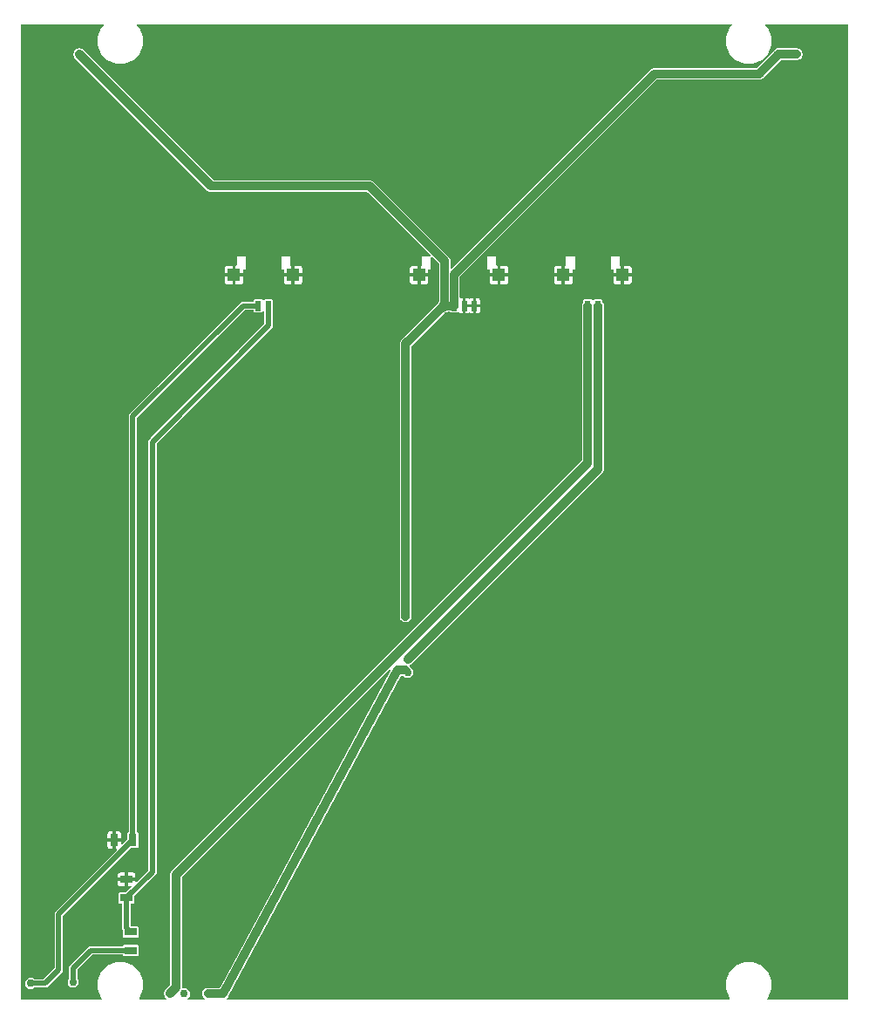
<source format=gbr>
G04 EAGLE Gerber RS-274X export*
G75*
%MOMM*%
%FSLAX34Y34*%
%LPD*%
%INBottom Copper*%
%IPPOS*%
%AMOC8*
5,1,8,0,0,1.08239X$1,22.5*%
G01*
%ADD10R,1.260000X1.300000*%
%ADD11R,0.550000X1.000000*%
%ADD12R,0.800000X1.200000*%
%ADD13R,1.200000X0.800000*%
%ADD14C,0.756400*%
%ADD15C,0.300000*%
%ADD16C,0.812800*%
%ADD17C,0.152400*%
%ADD18C,0.500000*%
%ADD19C,0.508000*%

G36*
X88332Y10172D02*
X88332Y10172D01*
X88404Y10174D01*
X88453Y10192D01*
X88504Y10200D01*
X88568Y10234D01*
X88635Y10259D01*
X88676Y10291D01*
X88722Y10316D01*
X88771Y10367D01*
X88827Y10412D01*
X88855Y10456D01*
X88891Y10494D01*
X88921Y10559D01*
X88960Y10619D01*
X88973Y10670D01*
X88995Y10717D01*
X89002Y10788D01*
X89020Y10858D01*
X89016Y10910D01*
X89022Y10961D01*
X89006Y11032D01*
X89001Y11103D01*
X88980Y11151D01*
X88969Y11202D01*
X88933Y11263D01*
X88905Y11329D01*
X88860Y11385D01*
X88843Y11413D01*
X88826Y11428D01*
X88800Y11460D01*
X88313Y11947D01*
X84939Y20092D01*
X84939Y28908D01*
X88313Y37053D01*
X94547Y43287D01*
X102692Y46661D01*
X111508Y46661D01*
X119653Y43287D01*
X125887Y37053D01*
X129261Y28908D01*
X129261Y20092D01*
X125887Y11947D01*
X125400Y11460D01*
X125358Y11402D01*
X125309Y11350D01*
X125287Y11303D01*
X125257Y11261D01*
X125236Y11192D01*
X125205Y11127D01*
X125200Y11075D01*
X125184Y11025D01*
X125186Y10954D01*
X125178Y10883D01*
X125189Y10832D01*
X125191Y10780D01*
X125215Y10712D01*
X125231Y10642D01*
X125257Y10597D01*
X125275Y10549D01*
X125320Y10493D01*
X125357Y10431D01*
X125396Y10397D01*
X125429Y10357D01*
X125489Y10318D01*
X125544Y10271D01*
X125592Y10252D01*
X125636Y10224D01*
X125705Y10206D01*
X125772Y10179D01*
X125843Y10171D01*
X125874Y10163D01*
X125898Y10165D01*
X125939Y10161D01*
X151098Y10161D01*
X151169Y10172D01*
X151240Y10174D01*
X151289Y10192D01*
X151341Y10200D01*
X151404Y10234D01*
X151471Y10259D01*
X151512Y10291D01*
X151558Y10316D01*
X151607Y10368D01*
X151663Y10412D01*
X151691Y10456D01*
X151727Y10494D01*
X151757Y10559D01*
X151796Y10619D01*
X151809Y10670D01*
X151831Y10717D01*
X151839Y10788D01*
X151856Y10858D01*
X151852Y10910D01*
X151858Y10961D01*
X151843Y11032D01*
X151837Y11103D01*
X151817Y11151D01*
X151806Y11202D01*
X151769Y11263D01*
X151741Y11329D01*
X151696Y11385D01*
X151680Y11413D01*
X151662Y11428D01*
X151636Y11460D01*
X150262Y12834D01*
X150038Y13375D01*
X150003Y13431D01*
X149978Y13491D01*
X149926Y13556D01*
X149908Y13584D01*
X149893Y13597D01*
X149873Y13622D01*
X149693Y13802D01*
X149693Y14056D01*
X149683Y14121D01*
X149682Y14186D01*
X149659Y14266D01*
X149654Y14299D01*
X149644Y14316D01*
X149635Y14347D01*
X149411Y14888D01*
X149411Y17112D01*
X149635Y17653D01*
X149650Y17716D01*
X149675Y17777D01*
X149684Y17860D01*
X149691Y17892D01*
X149690Y17911D01*
X149693Y17944D01*
X149693Y18198D01*
X149873Y18378D01*
X149911Y18431D01*
X149957Y18478D01*
X149997Y18551D01*
X150017Y18578D01*
X150022Y18596D01*
X150038Y18625D01*
X150262Y19166D01*
X155188Y24092D01*
X155231Y24151D01*
X155274Y24196D01*
X155281Y24212D01*
X155301Y24235D01*
X155313Y24266D01*
X155332Y24292D01*
X155359Y24379D01*
X155360Y24382D01*
X155377Y24419D01*
X155378Y24427D01*
X155393Y24464D01*
X155397Y24504D01*
X155404Y24527D01*
X155403Y24559D01*
X155411Y24630D01*
X155411Y132112D01*
X156262Y134166D01*
X555188Y533092D01*
X555241Y533166D01*
X555301Y533235D01*
X555313Y533266D01*
X555332Y533292D01*
X555359Y533379D01*
X555393Y533464D01*
X555397Y533504D01*
X555404Y533527D01*
X555403Y533559D01*
X555411Y533630D01*
X555411Y684762D01*
X556262Y686816D01*
X556502Y687056D01*
X556555Y687130D01*
X556615Y687199D01*
X556627Y687230D01*
X556646Y687256D01*
X556673Y687343D01*
X556707Y687428D01*
X556711Y687468D01*
X556718Y687491D01*
X556717Y687523D01*
X556725Y687594D01*
X556725Y689282D01*
X557618Y690175D01*
X564382Y690175D01*
X565462Y689095D01*
X565478Y689083D01*
X565490Y689067D01*
X565578Y689011D01*
X565661Y688951D01*
X565680Y688945D01*
X565697Y688934D01*
X565798Y688909D01*
X565897Y688879D01*
X565916Y688879D01*
X565936Y688874D01*
X566039Y688882D01*
X566142Y688885D01*
X566161Y688892D01*
X566181Y688893D01*
X566276Y688934D01*
X566373Y688969D01*
X566389Y688982D01*
X566407Y688990D01*
X566538Y689095D01*
X567618Y690175D01*
X574382Y690175D01*
X575275Y689282D01*
X575275Y687594D01*
X575289Y687504D01*
X575297Y687413D01*
X575309Y687383D01*
X575314Y687352D01*
X575357Y687271D01*
X575393Y687187D01*
X575419Y687155D01*
X575430Y687134D01*
X575453Y687112D01*
X575498Y687056D01*
X575738Y686816D01*
X576589Y684762D01*
X576589Y523888D01*
X575738Y521834D01*
X389166Y335262D01*
X388625Y335038D01*
X388569Y335003D01*
X388509Y334978D01*
X388444Y334926D01*
X388416Y334908D01*
X388403Y334893D01*
X388378Y334873D01*
X388242Y334738D01*
X388231Y334721D01*
X388215Y334709D01*
X388159Y334622D01*
X388099Y334538D01*
X388093Y334519D01*
X388082Y334502D01*
X388057Y334402D01*
X388027Y334303D01*
X388027Y334283D01*
X388022Y334264D01*
X388030Y334160D01*
X388033Y334057D01*
X388040Y334038D01*
X388041Y334018D01*
X388082Y333923D01*
X388118Y333826D01*
X388130Y333810D01*
X388138Y333792D01*
X388243Y333661D01*
X388738Y333166D01*
X388962Y332625D01*
X388997Y332569D01*
X389022Y332509D01*
X389074Y332444D01*
X389092Y332416D01*
X389107Y332403D01*
X389127Y332378D01*
X391307Y330198D01*
X391307Y325802D01*
X388198Y322693D01*
X383802Y322693D01*
X382307Y324188D01*
X382233Y324241D01*
X382163Y324301D01*
X382133Y324313D01*
X382107Y324332D01*
X382020Y324359D01*
X381935Y324393D01*
X381894Y324397D01*
X381872Y324404D01*
X381840Y324403D01*
X381769Y324411D01*
X379794Y324411D01*
X379717Y324399D01*
X379638Y324395D01*
X379596Y324379D01*
X379552Y324372D01*
X379482Y324335D01*
X379408Y324306D01*
X379374Y324277D01*
X379334Y324256D01*
X379280Y324199D01*
X379219Y324149D01*
X379185Y324100D01*
X379165Y324078D01*
X379153Y324053D01*
X379124Y324011D01*
X212150Y13635D01*
X212141Y13609D01*
X212117Y13565D01*
X211814Y12834D01*
X211688Y12708D01*
X211672Y12686D01*
X211651Y12668D01*
X211556Y12530D01*
X211471Y12373D01*
X210858Y11873D01*
X210840Y11853D01*
X210801Y11822D01*
X210440Y11460D01*
X210398Y11402D01*
X210349Y11350D01*
X210327Y11303D01*
X210296Y11261D01*
X210275Y11192D01*
X210245Y11127D01*
X210239Y11075D01*
X210224Y11025D01*
X210226Y10954D01*
X210218Y10883D01*
X210229Y10832D01*
X210230Y10780D01*
X210255Y10712D01*
X210270Y10642D01*
X210297Y10598D01*
X210315Y10549D01*
X210360Y10493D01*
X210396Y10431D01*
X210436Y10397D01*
X210468Y10357D01*
X210529Y10318D01*
X210583Y10271D01*
X210632Y10252D01*
X210675Y10224D01*
X210745Y10206D01*
X210811Y10179D01*
X210883Y10171D01*
X210914Y10163D01*
X210937Y10165D01*
X210978Y10161D01*
X698261Y10161D01*
X698332Y10172D01*
X698404Y10174D01*
X698453Y10192D01*
X698504Y10200D01*
X698568Y10234D01*
X698635Y10259D01*
X698676Y10291D01*
X698722Y10316D01*
X698771Y10367D01*
X698827Y10412D01*
X698855Y10456D01*
X698891Y10494D01*
X698921Y10559D01*
X698960Y10619D01*
X698973Y10670D01*
X698995Y10717D01*
X699002Y10788D01*
X699020Y10858D01*
X699016Y10910D01*
X699022Y10961D01*
X699006Y11032D01*
X699001Y11103D01*
X698980Y11151D01*
X698969Y11202D01*
X698933Y11263D01*
X698905Y11329D01*
X698860Y11385D01*
X698843Y11413D01*
X698826Y11428D01*
X698800Y11460D01*
X698313Y11947D01*
X694939Y20092D01*
X694939Y28908D01*
X698313Y37053D01*
X704547Y43287D01*
X712692Y46661D01*
X721508Y46661D01*
X729653Y43287D01*
X735887Y37053D01*
X739261Y28908D01*
X739261Y20092D01*
X735887Y11947D01*
X735400Y11460D01*
X735358Y11402D01*
X735309Y11350D01*
X735287Y11303D01*
X735257Y11261D01*
X735236Y11192D01*
X735205Y11127D01*
X735200Y11075D01*
X735184Y11025D01*
X735186Y10954D01*
X735178Y10883D01*
X735189Y10832D01*
X735191Y10780D01*
X735215Y10712D01*
X735231Y10642D01*
X735257Y10597D01*
X735275Y10549D01*
X735320Y10493D01*
X735357Y10431D01*
X735396Y10397D01*
X735429Y10357D01*
X735489Y10318D01*
X735544Y10271D01*
X735592Y10252D01*
X735636Y10224D01*
X735705Y10206D01*
X735772Y10179D01*
X735843Y10171D01*
X735874Y10163D01*
X735898Y10165D01*
X735939Y10161D01*
X813278Y10161D01*
X813298Y10164D01*
X813317Y10162D01*
X813419Y10184D01*
X813521Y10200D01*
X813538Y10210D01*
X813558Y10214D01*
X813647Y10267D01*
X813738Y10316D01*
X813752Y10330D01*
X813769Y10340D01*
X813836Y10419D01*
X813908Y10494D01*
X813916Y10512D01*
X813929Y10527D01*
X813968Y10623D01*
X814011Y10717D01*
X814013Y10737D01*
X814021Y10755D01*
X814039Y10922D01*
X814039Y956078D01*
X814036Y956098D01*
X814038Y956117D01*
X814016Y956219D01*
X814000Y956321D01*
X813990Y956338D01*
X813986Y956358D01*
X813933Y956447D01*
X813884Y956538D01*
X813870Y956552D01*
X813860Y956569D01*
X813781Y956636D01*
X813706Y956708D01*
X813688Y956716D01*
X813673Y956729D01*
X813577Y956768D01*
X813483Y956811D01*
X813463Y956813D01*
X813445Y956821D01*
X813278Y956839D01*
X733939Y956839D01*
X733868Y956828D01*
X733796Y956826D01*
X733747Y956808D01*
X733696Y956800D01*
X733632Y956766D01*
X733565Y956741D01*
X733524Y956709D01*
X733478Y956684D01*
X733429Y956632D01*
X733373Y956588D01*
X733345Y956544D01*
X733309Y956506D01*
X733279Y956441D01*
X733240Y956381D01*
X733227Y956330D01*
X733205Y956283D01*
X733198Y956212D01*
X733180Y956142D01*
X733184Y956090D01*
X733178Y956039D01*
X733194Y955968D01*
X733199Y955897D01*
X733219Y955849D01*
X733231Y955798D01*
X733267Y955737D01*
X733295Y955671D01*
X733340Y955615D01*
X733357Y955587D01*
X733375Y955572D01*
X733400Y955540D01*
X735887Y953053D01*
X739261Y944908D01*
X739261Y936092D01*
X735887Y927947D01*
X729653Y921713D01*
X721508Y918339D01*
X712692Y918339D01*
X704547Y921713D01*
X698313Y927947D01*
X694939Y936092D01*
X694939Y944908D01*
X698313Y953053D01*
X700800Y955540D01*
X700842Y955598D01*
X700891Y955650D01*
X700913Y955697D01*
X700943Y955739D01*
X700964Y955808D01*
X700995Y955873D01*
X701000Y955925D01*
X701016Y955975D01*
X701014Y956046D01*
X701022Y956117D01*
X701011Y956168D01*
X701009Y956220D01*
X700985Y956288D01*
X700969Y956358D01*
X700943Y956403D01*
X700925Y956451D01*
X700880Y956507D01*
X700843Y956569D01*
X700804Y956603D01*
X700771Y956643D01*
X700711Y956682D01*
X700656Y956729D01*
X700608Y956748D01*
X700564Y956776D01*
X700495Y956794D01*
X700428Y956821D01*
X700357Y956829D01*
X700326Y956837D01*
X700302Y956835D01*
X700261Y956839D01*
X123939Y956839D01*
X123868Y956828D01*
X123796Y956826D01*
X123747Y956808D01*
X123696Y956800D01*
X123632Y956766D01*
X123565Y956741D01*
X123524Y956709D01*
X123478Y956684D01*
X123429Y956632D01*
X123373Y956588D01*
X123345Y956544D01*
X123309Y956506D01*
X123279Y956441D01*
X123240Y956381D01*
X123227Y956330D01*
X123205Y956283D01*
X123198Y956212D01*
X123180Y956142D01*
X123184Y956090D01*
X123178Y956039D01*
X123194Y955968D01*
X123199Y955897D01*
X123219Y955849D01*
X123231Y955798D01*
X123267Y955737D01*
X123295Y955671D01*
X123340Y955615D01*
X123357Y955587D01*
X123375Y955572D01*
X123400Y955540D01*
X125887Y953053D01*
X129261Y944908D01*
X129261Y936092D01*
X125887Y927947D01*
X119653Y921713D01*
X111508Y918339D01*
X102692Y918339D01*
X94547Y921713D01*
X88313Y927947D01*
X84939Y936092D01*
X84939Y944908D01*
X88313Y953053D01*
X90800Y955540D01*
X90842Y955598D01*
X90891Y955650D01*
X90913Y955697D01*
X90943Y955739D01*
X90964Y955808D01*
X90995Y955873D01*
X91000Y955925D01*
X91016Y955975D01*
X91014Y956046D01*
X91022Y956117D01*
X91011Y956168D01*
X91009Y956220D01*
X90985Y956288D01*
X90969Y956358D01*
X90943Y956403D01*
X90925Y956451D01*
X90880Y956507D01*
X90843Y956569D01*
X90804Y956603D01*
X90771Y956643D01*
X90711Y956682D01*
X90656Y956729D01*
X90608Y956748D01*
X90564Y956776D01*
X90495Y956794D01*
X90428Y956821D01*
X90357Y956829D01*
X90326Y956837D01*
X90302Y956835D01*
X90261Y956839D01*
X10922Y956839D01*
X10902Y956836D01*
X10883Y956838D01*
X10781Y956816D01*
X10679Y956800D01*
X10662Y956790D01*
X10642Y956786D01*
X10553Y956733D01*
X10462Y956684D01*
X10448Y956670D01*
X10431Y956660D01*
X10364Y956581D01*
X10292Y956506D01*
X10284Y956488D01*
X10271Y956473D01*
X10232Y956377D01*
X10189Y956283D01*
X10187Y956263D01*
X10179Y956245D01*
X10161Y956078D01*
X10161Y10922D01*
X10164Y10902D01*
X10162Y10883D01*
X10184Y10781D01*
X10200Y10679D01*
X10210Y10662D01*
X10214Y10642D01*
X10267Y10553D01*
X10316Y10462D01*
X10330Y10448D01*
X10340Y10431D01*
X10419Y10364D01*
X10494Y10292D01*
X10512Y10284D01*
X10527Y10271D01*
X10623Y10232D01*
X10717Y10189D01*
X10737Y10187D01*
X10755Y10179D01*
X10922Y10161D01*
X88261Y10161D01*
X88332Y10172D01*
G37*
G36*
X188169Y10172D02*
X188169Y10172D01*
X188240Y10174D01*
X188289Y10192D01*
X188341Y10200D01*
X188404Y10234D01*
X188471Y10259D01*
X188512Y10291D01*
X188558Y10316D01*
X188607Y10368D01*
X188663Y10412D01*
X188691Y10456D01*
X188727Y10494D01*
X188757Y10559D01*
X188796Y10619D01*
X188809Y10670D01*
X188831Y10717D01*
X188839Y10788D01*
X188856Y10858D01*
X188852Y10910D01*
X188858Y10961D01*
X188843Y11032D01*
X188837Y11103D01*
X188817Y11151D01*
X188806Y11202D01*
X188769Y11263D01*
X188741Y11329D01*
X188696Y11385D01*
X188680Y11413D01*
X188662Y11428D01*
X188636Y11460D01*
X187262Y12834D01*
X187038Y13375D01*
X187003Y13431D01*
X186978Y13491D01*
X186926Y13556D01*
X186908Y13584D01*
X186893Y13597D01*
X186873Y13622D01*
X186693Y13802D01*
X186693Y14056D01*
X186683Y14121D01*
X186682Y14186D01*
X186659Y14266D01*
X186654Y14299D01*
X186644Y14316D01*
X186635Y14347D01*
X186411Y14888D01*
X186411Y17112D01*
X186635Y17653D01*
X186650Y17716D01*
X186675Y17777D01*
X186684Y17860D01*
X186691Y17892D01*
X186690Y17911D01*
X186693Y17944D01*
X186693Y18198D01*
X186873Y18378D01*
X186911Y18431D01*
X186957Y18478D01*
X186997Y18551D01*
X187017Y18578D01*
X187022Y18596D01*
X187038Y18625D01*
X187262Y19166D01*
X188834Y20738D01*
X189375Y20962D01*
X189431Y20997D01*
X189491Y21022D01*
X189556Y21074D01*
X189584Y21092D01*
X189597Y21107D01*
X189622Y21127D01*
X189802Y21307D01*
X190056Y21307D01*
X190121Y21317D01*
X190186Y21318D01*
X190266Y21341D01*
X190299Y21346D01*
X190316Y21356D01*
X190347Y21365D01*
X190888Y21589D01*
X203282Y21589D01*
X203359Y21601D01*
X203438Y21605D01*
X203480Y21621D01*
X203524Y21628D01*
X203594Y21665D01*
X203668Y21694D01*
X203702Y21723D01*
X203742Y21744D01*
X203796Y21801D01*
X203857Y21851D01*
X203890Y21900D01*
X203911Y21922D01*
X203923Y21947D01*
X203952Y21989D01*
X369238Y329226D01*
X369242Y329238D01*
X369249Y329249D01*
X369282Y329354D01*
X369318Y329459D01*
X369318Y329472D01*
X369321Y329484D01*
X369319Y329594D01*
X369319Y329705D01*
X369315Y329717D01*
X369315Y329730D01*
X369277Y329833D01*
X369243Y329939D01*
X369235Y329949D01*
X369231Y329961D01*
X369162Y330047D01*
X369095Y330136D01*
X369085Y330143D01*
X369077Y330153D01*
X368984Y330213D01*
X368893Y330275D01*
X368881Y330279D01*
X368870Y330286D01*
X368763Y330313D01*
X368656Y330343D01*
X368644Y330343D01*
X368632Y330346D01*
X368521Y330337D01*
X368411Y330332D01*
X368399Y330327D01*
X368386Y330326D01*
X368285Y330283D01*
X368181Y330243D01*
X368171Y330235D01*
X368160Y330230D01*
X368029Y330125D01*
X166812Y128908D01*
X166759Y128834D01*
X166699Y128765D01*
X166687Y128734D01*
X166668Y128708D01*
X166641Y128621D01*
X166607Y128536D01*
X166603Y128496D01*
X166596Y128473D01*
X166597Y128441D01*
X166589Y128370D01*
X166589Y22068D01*
X166592Y22048D01*
X166590Y22029D01*
X166612Y21927D01*
X166628Y21825D01*
X166638Y21808D01*
X166642Y21788D01*
X166695Y21699D01*
X166744Y21608D01*
X166758Y21594D01*
X166768Y21577D01*
X166847Y21510D01*
X166922Y21438D01*
X166940Y21430D01*
X166955Y21417D01*
X167051Y21378D01*
X167145Y21335D01*
X167165Y21333D01*
X167183Y21325D01*
X167350Y21307D01*
X171198Y21307D01*
X174307Y18198D01*
X174307Y13802D01*
X171965Y11460D01*
X171923Y11402D01*
X171874Y11350D01*
X171852Y11303D01*
X171822Y11261D01*
X171800Y11192D01*
X171770Y11127D01*
X171765Y11075D01*
X171749Y11025D01*
X171751Y10954D01*
X171743Y10883D01*
X171754Y10832D01*
X171756Y10780D01*
X171780Y10712D01*
X171795Y10642D01*
X171822Y10597D01*
X171840Y10549D01*
X171885Y10493D01*
X171922Y10431D01*
X171961Y10397D01*
X171994Y10357D01*
X172054Y10318D01*
X172109Y10271D01*
X172157Y10252D01*
X172201Y10224D01*
X172270Y10206D01*
X172337Y10179D01*
X172408Y10171D01*
X172439Y10163D01*
X172462Y10165D01*
X172503Y10161D01*
X188098Y10161D01*
X188169Y10172D01*
G37*
%LPC*%
G36*
X382888Y376411D02*
X382888Y376411D01*
X382347Y376635D01*
X382284Y376650D01*
X382223Y376675D01*
X382140Y376684D01*
X382108Y376691D01*
X382089Y376690D01*
X382056Y376693D01*
X381802Y376693D01*
X381622Y376873D01*
X381569Y376911D01*
X381522Y376957D01*
X381449Y376997D01*
X381422Y377017D01*
X381404Y377022D01*
X381375Y377038D01*
X380834Y377262D01*
X379262Y378834D01*
X379038Y379375D01*
X379003Y379431D01*
X378978Y379491D01*
X378926Y379556D01*
X378908Y379584D01*
X378893Y379597D01*
X378873Y379622D01*
X378693Y379802D01*
X378693Y380056D01*
X378683Y380121D01*
X378682Y380186D01*
X378659Y380266D01*
X378654Y380299D01*
X378644Y380316D01*
X378635Y380347D01*
X378411Y380888D01*
X378411Y647762D01*
X379262Y649816D01*
X415448Y686002D01*
X415486Y686055D01*
X415532Y686102D01*
X415572Y686175D01*
X415591Y686201D01*
X415597Y686220D01*
X415613Y686249D01*
X416282Y687863D01*
X416301Y687885D01*
X416313Y687916D01*
X416332Y687942D01*
X416359Y688029D01*
X416393Y688114D01*
X416397Y688154D01*
X416404Y688177D01*
X416403Y688209D01*
X416411Y688280D01*
X416411Y724370D01*
X416397Y724460D01*
X416389Y724551D01*
X416377Y724581D01*
X416372Y724612D01*
X416329Y724693D01*
X416293Y724777D01*
X416267Y724809D01*
X416256Y724830D01*
X416233Y724852D01*
X416188Y724908D01*
X409950Y731146D01*
X409892Y731188D01*
X409840Y731237D01*
X409793Y731259D01*
X409751Y731290D01*
X409682Y731311D01*
X409617Y731341D01*
X409565Y731347D01*
X409515Y731362D01*
X409444Y731360D01*
X409373Y731368D01*
X409322Y731357D01*
X409270Y731356D01*
X409202Y731331D01*
X409132Y731316D01*
X409087Y731289D01*
X409039Y731271D01*
X408983Y731226D01*
X408921Y731190D01*
X408887Y731150D01*
X408847Y731117D01*
X408808Y731057D01*
X408761Y731003D01*
X408742Y730954D01*
X408714Y730911D01*
X408696Y730841D01*
X408669Y730775D01*
X408661Y730703D01*
X408653Y730672D01*
X408655Y730649D01*
X408651Y730608D01*
X408651Y719250D01*
X408650Y719249D01*
X406852Y719249D01*
X406832Y719246D01*
X406813Y719248D01*
X406711Y719226D01*
X406609Y719210D01*
X406592Y719200D01*
X406572Y719196D01*
X406483Y719143D01*
X406392Y719094D01*
X406378Y719080D01*
X406361Y719070D01*
X406294Y718991D01*
X406222Y718916D01*
X406214Y718898D01*
X406201Y718883D01*
X406162Y718787D01*
X406119Y718693D01*
X406117Y718673D01*
X406109Y718655D01*
X406091Y718488D01*
X406091Y715073D01*
X398773Y715073D01*
X398773Y722591D01*
X399188Y722591D01*
X399208Y722594D01*
X399227Y722592D01*
X399329Y722614D01*
X399431Y722630D01*
X399448Y722640D01*
X399468Y722644D01*
X399557Y722697D01*
X399648Y722746D01*
X399662Y722760D01*
X399679Y722770D01*
X399746Y722849D01*
X399818Y722924D01*
X399826Y722942D01*
X399839Y722957D01*
X399878Y723053D01*
X399921Y723147D01*
X399923Y723167D01*
X399931Y723185D01*
X399949Y723352D01*
X399949Y731750D01*
X399950Y731751D01*
X407508Y731751D01*
X407579Y731762D01*
X407650Y731764D01*
X407699Y731782D01*
X407751Y731790D01*
X407814Y731824D01*
X407881Y731849D01*
X407922Y731881D01*
X407968Y731906D01*
X408017Y731958D01*
X408073Y732002D01*
X408101Y732046D01*
X408137Y732084D01*
X408167Y732149D01*
X408206Y732209D01*
X408219Y732260D01*
X408241Y732307D01*
X408249Y732378D01*
X408266Y732448D01*
X408262Y732500D01*
X408268Y732551D01*
X408253Y732622D01*
X408247Y732693D01*
X408227Y732741D01*
X408216Y732792D01*
X408179Y732853D01*
X408151Y732919D01*
X408106Y732975D01*
X408090Y733003D01*
X408072Y733018D01*
X408046Y733050D01*
X346908Y794188D01*
X346834Y794241D01*
X346765Y794301D01*
X346734Y794313D01*
X346708Y794332D01*
X346621Y794359D01*
X346536Y794393D01*
X346496Y794397D01*
X346473Y794404D01*
X346441Y794403D01*
X346370Y794411D01*
X193888Y794411D01*
X191834Y795262D01*
X190155Y796941D01*
X62262Y924834D01*
X62038Y925375D01*
X62004Y925431D01*
X61978Y925491D01*
X61926Y925556D01*
X61908Y925584D01*
X61893Y925597D01*
X61873Y925622D01*
X61693Y925802D01*
X61693Y926056D01*
X61683Y926121D01*
X61682Y926186D01*
X61659Y926266D01*
X61654Y926299D01*
X61644Y926316D01*
X61635Y926347D01*
X61411Y926888D01*
X61411Y929112D01*
X61635Y929653D01*
X61650Y929716D01*
X61675Y929777D01*
X61684Y929860D01*
X61691Y929892D01*
X61690Y929911D01*
X61693Y929944D01*
X61693Y930198D01*
X61873Y930378D01*
X61911Y930431D01*
X61957Y930478D01*
X61997Y930551D01*
X62017Y930578D01*
X62022Y930596D01*
X62038Y930625D01*
X62262Y931166D01*
X63834Y932738D01*
X64375Y932962D01*
X64431Y932996D01*
X64491Y933022D01*
X64556Y933074D01*
X64584Y933092D01*
X64597Y933107D01*
X64622Y933127D01*
X64802Y933307D01*
X65056Y933307D01*
X65121Y933317D01*
X65186Y933318D01*
X65266Y933341D01*
X65299Y933346D01*
X65316Y933356D01*
X65347Y933365D01*
X65888Y933589D01*
X68112Y933589D01*
X68653Y933365D01*
X68716Y933350D01*
X68777Y933325D01*
X68860Y933316D01*
X68892Y933309D01*
X68911Y933310D01*
X68944Y933307D01*
X69198Y933307D01*
X69378Y933127D01*
X69431Y933089D01*
X69478Y933043D01*
X69551Y933003D01*
X69578Y932983D01*
X69596Y932978D01*
X69625Y932962D01*
X70166Y932738D01*
X197092Y805812D01*
X197166Y805759D01*
X197235Y805699D01*
X197266Y805687D01*
X197292Y805668D01*
X197379Y805641D01*
X197464Y805607D01*
X197504Y805603D01*
X197527Y805596D01*
X197559Y805597D01*
X197630Y805589D01*
X350112Y805589D01*
X352166Y804738D01*
X426738Y730166D01*
X427589Y728112D01*
X427589Y720330D01*
X427600Y720259D01*
X427602Y720188D01*
X427620Y720139D01*
X427628Y720087D01*
X427662Y720024D01*
X427687Y719957D01*
X427719Y719916D01*
X427744Y719870D01*
X427796Y719821D01*
X427840Y719765D01*
X427884Y719737D01*
X427922Y719701D01*
X427987Y719671D01*
X428047Y719632D01*
X428098Y719619D01*
X428145Y719597D01*
X428216Y719589D01*
X428286Y719572D01*
X428338Y719576D01*
X428389Y719570D01*
X428460Y719585D01*
X428531Y719591D01*
X428579Y719611D01*
X428630Y719622D01*
X428691Y719659D01*
X428757Y719687D01*
X428813Y719732D01*
X428841Y719748D01*
X428856Y719766D01*
X428888Y719792D01*
X620995Y911899D01*
X622674Y913578D01*
X624728Y914429D01*
X724714Y914429D01*
X724804Y914443D01*
X724895Y914451D01*
X724924Y914463D01*
X724956Y914468D01*
X725037Y914511D01*
X725121Y914547D01*
X725153Y914573D01*
X725174Y914584D01*
X725196Y914607D01*
X725252Y914652D01*
X741659Y931059D01*
X743338Y932738D01*
X745392Y933589D01*
X765112Y933589D01*
X765653Y933365D01*
X765716Y933350D01*
X765777Y933325D01*
X765860Y933316D01*
X765892Y933309D01*
X765911Y933310D01*
X765944Y933307D01*
X766198Y933307D01*
X766378Y933127D01*
X766431Y933089D01*
X766478Y933043D01*
X766551Y933003D01*
X766578Y932983D01*
X766596Y932978D01*
X766625Y932962D01*
X767166Y932738D01*
X768738Y931166D01*
X768962Y930625D01*
X768997Y930569D01*
X769022Y930509D01*
X769074Y930444D01*
X769092Y930416D01*
X769107Y930403D01*
X769127Y930378D01*
X769307Y930198D01*
X769307Y929944D01*
X769317Y929879D01*
X769318Y929814D01*
X769341Y929734D01*
X769346Y929701D01*
X769356Y929684D01*
X769365Y929653D01*
X769589Y929112D01*
X769589Y926888D01*
X769365Y926347D01*
X769350Y926284D01*
X769325Y926223D01*
X769316Y926140D01*
X769309Y926108D01*
X769310Y926089D01*
X769307Y926056D01*
X769307Y925802D01*
X769127Y925622D01*
X769089Y925569D01*
X769043Y925522D01*
X769003Y925449D01*
X768983Y925422D01*
X768978Y925404D01*
X768962Y925375D01*
X768738Y924834D01*
X767166Y923262D01*
X766625Y923038D01*
X766569Y923003D01*
X766509Y922978D01*
X766444Y922926D01*
X766416Y922908D01*
X766403Y922893D01*
X766378Y922873D01*
X766198Y922693D01*
X765944Y922693D01*
X765879Y922683D01*
X765814Y922682D01*
X765734Y922659D01*
X765701Y922654D01*
X765684Y922644D01*
X765653Y922635D01*
X765112Y922411D01*
X749134Y922411D01*
X749044Y922397D01*
X748953Y922389D01*
X748923Y922377D01*
X748891Y922372D01*
X748811Y922329D01*
X748727Y922293D01*
X748695Y922267D01*
X748674Y922256D01*
X748652Y922233D01*
X748596Y922188D01*
X732189Y905781D01*
X730510Y904102D01*
X728456Y903251D01*
X628470Y903251D01*
X628380Y903237D01*
X628289Y903229D01*
X628259Y903217D01*
X628228Y903212D01*
X628147Y903169D01*
X628063Y903133D01*
X628031Y903107D01*
X628010Y903096D01*
X627988Y903073D01*
X627932Y903028D01*
X436812Y711908D01*
X436759Y711834D01*
X436699Y711765D01*
X436687Y711734D01*
X436668Y711708D01*
X436641Y711621D01*
X436607Y711536D01*
X436603Y711496D01*
X436596Y711473D01*
X436597Y711441D01*
X436589Y711370D01*
X436589Y691827D01*
X436608Y691711D01*
X436626Y691592D01*
X436628Y691589D01*
X436628Y691585D01*
X436684Y691480D01*
X436739Y691374D01*
X436742Y691371D01*
X436744Y691367D01*
X436829Y691286D01*
X436915Y691202D01*
X436919Y691201D01*
X436922Y691198D01*
X437029Y691148D01*
X437137Y691096D01*
X437141Y691096D01*
X437145Y691094D01*
X437263Y691081D01*
X437381Y691067D01*
X437386Y691067D01*
X437389Y691067D01*
X437403Y691070D01*
X437547Y691092D01*
X437916Y691191D01*
X439626Y691191D01*
X439626Y684263D01*
X439629Y684244D01*
X439627Y684224D01*
X439649Y684122D01*
X439665Y684020D01*
X439675Y684003D01*
X439679Y683983D01*
X439732Y683894D01*
X439781Y683803D01*
X439795Y683789D01*
X439805Y683772D01*
X439884Y683705D01*
X439941Y683651D01*
X439927Y683643D01*
X439913Y683629D01*
X439896Y683619D01*
X439829Y683540D01*
X439757Y683465D01*
X439749Y683447D01*
X439736Y683432D01*
X439697Y683335D01*
X439654Y683242D01*
X439652Y683222D01*
X439644Y683204D01*
X439626Y683037D01*
X439626Y676109D01*
X437916Y676109D01*
X437269Y676282D01*
X436690Y676617D01*
X436217Y677090D01*
X436028Y677417D01*
X435984Y677471D01*
X435963Y677507D01*
X435938Y677528D01*
X435879Y677602D01*
X435875Y677604D01*
X435872Y677607D01*
X435773Y677670D01*
X435672Y677735D01*
X435668Y677736D01*
X435664Y677738D01*
X435549Y677766D01*
X435433Y677795D01*
X435429Y677794D01*
X435425Y677795D01*
X435306Y677785D01*
X435188Y677776D01*
X435184Y677774D01*
X435180Y677774D01*
X435071Y677726D01*
X434962Y677679D01*
X434958Y677676D01*
X434955Y677675D01*
X434945Y677666D01*
X434894Y677625D01*
X434888Y677622D01*
X434882Y677616D01*
X434831Y677574D01*
X434382Y677125D01*
X427618Y677125D01*
X426905Y677838D01*
X426831Y677891D01*
X426762Y677951D01*
X426732Y677963D01*
X426706Y677982D01*
X426619Y678009D01*
X426534Y678043D01*
X426493Y678047D01*
X426471Y678054D01*
X426438Y678053D01*
X426367Y678061D01*
X425633Y678061D01*
X425543Y678047D01*
X425452Y678039D01*
X425422Y678027D01*
X425390Y678022D01*
X425309Y677979D01*
X425226Y677943D01*
X425193Y677917D01*
X425173Y677906D01*
X425151Y677883D01*
X425095Y677838D01*
X424382Y677125D01*
X422694Y677125D01*
X422604Y677111D01*
X422513Y677103D01*
X422483Y677091D01*
X422452Y677086D01*
X422371Y677043D01*
X422287Y677007D01*
X422255Y676981D01*
X422234Y676970D01*
X422212Y676947D01*
X422156Y676902D01*
X389812Y644558D01*
X389759Y644484D01*
X389699Y644415D01*
X389687Y644384D01*
X389668Y644358D01*
X389641Y644271D01*
X389607Y644186D01*
X389603Y644146D01*
X389596Y644123D01*
X389597Y644091D01*
X389589Y644020D01*
X389589Y380888D01*
X389365Y380347D01*
X389350Y380284D01*
X389325Y380223D01*
X389316Y380140D01*
X389309Y380108D01*
X389310Y380089D01*
X389307Y380056D01*
X389307Y379802D01*
X389127Y379622D01*
X389089Y379569D01*
X389043Y379522D01*
X389003Y379449D01*
X388983Y379422D01*
X388978Y379404D01*
X388962Y379375D01*
X388738Y378834D01*
X387166Y377262D01*
X386625Y377038D01*
X386569Y377003D01*
X386509Y376978D01*
X386455Y376934D01*
X386443Y376928D01*
X386436Y376921D01*
X386416Y376908D01*
X386403Y376893D01*
X386378Y376873D01*
X386198Y376693D01*
X385944Y376693D01*
X385879Y376683D01*
X385814Y376682D01*
X385734Y376659D01*
X385701Y376654D01*
X385684Y376644D01*
X385653Y376635D01*
X385112Y376411D01*
X382888Y376411D01*
G37*
%LPD*%
%LPC*%
G36*
X17802Y20693D02*
X17802Y20693D01*
X14693Y23802D01*
X14693Y28198D01*
X17802Y31307D01*
X22198Y31307D01*
X23257Y30248D01*
X23331Y30195D01*
X23401Y30135D01*
X23431Y30123D01*
X23457Y30104D01*
X23544Y30077D01*
X23629Y30043D01*
X23670Y30039D01*
X23692Y30032D01*
X23724Y30033D01*
X23795Y30025D01*
X32018Y30025D01*
X32108Y30039D01*
X32199Y30047D01*
X32228Y30059D01*
X32260Y30064D01*
X32341Y30107D01*
X32425Y30143D01*
X32457Y30169D01*
X32478Y30180D01*
X32500Y30203D01*
X32556Y30248D01*
X42752Y40444D01*
X42805Y40518D01*
X42865Y40588D01*
X42877Y40618D01*
X42896Y40644D01*
X42923Y40731D01*
X42957Y40816D01*
X42961Y40857D01*
X42968Y40879D01*
X42967Y40911D01*
X42975Y40982D01*
X42975Y94667D01*
X45556Y97248D01*
X103468Y155160D01*
X103510Y155218D01*
X103559Y155270D01*
X103581Y155317D01*
X103611Y155359D01*
X103633Y155428D01*
X103663Y155493D01*
X103669Y155545D01*
X103684Y155595D01*
X103682Y155666D01*
X103690Y155737D01*
X103679Y155788D01*
X103677Y155840D01*
X103653Y155908D01*
X103638Y155978D01*
X103611Y156023D01*
X103593Y156071D01*
X103548Y156127D01*
X103511Y156189D01*
X103472Y156223D01*
X103439Y156263D01*
X103379Y156302D01*
X103325Y156349D01*
X103276Y156368D01*
X103232Y156396D01*
X103163Y156414D01*
X103096Y156441D01*
X103025Y156449D01*
X102994Y156457D01*
X102971Y156455D01*
X102930Y156459D01*
X102523Y156459D01*
X102523Y163477D01*
X107541Y163477D01*
X107541Y161070D01*
X107552Y161000D01*
X107554Y160928D01*
X107572Y160879D01*
X107580Y160828D01*
X107614Y160764D01*
X107639Y160697D01*
X107671Y160656D01*
X107696Y160610D01*
X107747Y160561D01*
X107792Y160505D01*
X107836Y160477D01*
X107874Y160441D01*
X107939Y160411D01*
X107999Y160372D01*
X108050Y160359D01*
X108097Y160337D01*
X108168Y160329D01*
X108238Y160312D01*
X108290Y160316D01*
X108341Y160310D01*
X108412Y160325D01*
X108483Y160331D01*
X108531Y160351D01*
X108582Y160362D01*
X108643Y160399D01*
X108709Y160427D01*
X108765Y160472D01*
X108793Y160489D01*
X108808Y160506D01*
X108840Y160532D01*
X113252Y164944D01*
X113298Y165008D01*
X113317Y165028D01*
X113321Y165036D01*
X113365Y165088D01*
X113377Y165118D01*
X113396Y165144D01*
X113423Y165231D01*
X113457Y165316D01*
X113461Y165357D01*
X113468Y165379D01*
X113467Y165411D01*
X113475Y165482D01*
X113475Y171632D01*
X114399Y172555D01*
X114457Y172564D01*
X114474Y172574D01*
X114494Y172578D01*
X114583Y172631D01*
X114674Y172680D01*
X114688Y172694D01*
X114705Y172704D01*
X114772Y172783D01*
X114844Y172858D01*
X114852Y172876D01*
X114865Y172891D01*
X114904Y172987D01*
X114947Y173081D01*
X114949Y173101D01*
X114957Y173119D01*
X114975Y173286D01*
X114975Y578167D01*
X224483Y687675D01*
X235964Y687675D01*
X235984Y687678D01*
X236003Y687676D01*
X236105Y687698D01*
X236207Y687714D01*
X236224Y687724D01*
X236244Y687728D01*
X236333Y687781D01*
X236424Y687830D01*
X236438Y687844D01*
X236455Y687854D01*
X236522Y687933D01*
X236594Y688008D01*
X236602Y688026D01*
X236615Y688041D01*
X236654Y688137D01*
X236697Y688231D01*
X236699Y688251D01*
X236707Y688269D01*
X236725Y688436D01*
X236725Y689282D01*
X237618Y690175D01*
X244382Y690175D01*
X245462Y689095D01*
X245478Y689083D01*
X245490Y689067D01*
X245578Y689011D01*
X245661Y688951D01*
X245680Y688945D01*
X245697Y688934D01*
X245798Y688909D01*
X245897Y688879D01*
X245916Y688879D01*
X245936Y688874D01*
X246039Y688882D01*
X246142Y688885D01*
X246161Y688892D01*
X246181Y688893D01*
X246276Y688934D01*
X246373Y688969D01*
X246389Y688982D01*
X246407Y688990D01*
X246538Y689095D01*
X247618Y690175D01*
X254382Y690175D01*
X255275Y689282D01*
X255275Y678018D01*
X255248Y677991D01*
X255195Y677917D01*
X255135Y677848D01*
X255123Y677818D01*
X255104Y677792D01*
X255077Y677705D01*
X255043Y677620D01*
X255039Y677579D01*
X255032Y677557D01*
X255033Y677524D01*
X255025Y677453D01*
X255025Y662833D01*
X142288Y550096D01*
X142235Y550022D01*
X142175Y549952D01*
X142163Y549922D01*
X142144Y549896D01*
X142117Y549809D01*
X142083Y549724D01*
X142079Y549683D01*
X142072Y549661D01*
X142073Y549629D01*
X142065Y549558D01*
X142065Y132316D01*
X120748Y110999D01*
X120695Y110925D01*
X120635Y110856D01*
X120623Y110826D01*
X120604Y110800D01*
X120577Y110713D01*
X120543Y110628D01*
X120539Y110587D01*
X120532Y110564D01*
X120533Y110532D01*
X120525Y110461D01*
X120525Y104368D01*
X119632Y103475D01*
X117826Y103475D01*
X117806Y103472D01*
X117787Y103474D01*
X117685Y103452D01*
X117583Y103436D01*
X117566Y103426D01*
X117546Y103422D01*
X117457Y103369D01*
X117366Y103320D01*
X117352Y103306D01*
X117335Y103296D01*
X117268Y103217D01*
X117196Y103142D01*
X117188Y103124D01*
X117175Y103109D01*
X117136Y103013D01*
X117093Y102919D01*
X117091Y102899D01*
X117083Y102881D01*
X117065Y102714D01*
X117065Y82286D01*
X117068Y82266D01*
X117066Y82247D01*
X117088Y82145D01*
X117104Y82043D01*
X117114Y82026D01*
X117118Y82006D01*
X117171Y81917D01*
X117220Y81826D01*
X117234Y81812D01*
X117244Y81795D01*
X117323Y81728D01*
X117398Y81656D01*
X117416Y81648D01*
X117431Y81635D01*
X117527Y81596D01*
X117621Y81553D01*
X117641Y81551D01*
X117659Y81543D01*
X117826Y81525D01*
X123632Y81525D01*
X124525Y80632D01*
X124525Y71368D01*
X123632Y70475D01*
X110368Y70475D01*
X109475Y71368D01*
X109475Y77461D01*
X109461Y77551D01*
X109453Y77642D01*
X109441Y77672D01*
X109436Y77704D01*
X109393Y77784D01*
X109357Y77868D01*
X109331Y77900D01*
X109320Y77921D01*
X109297Y77943D01*
X109252Y77999D01*
X108935Y78316D01*
X108935Y102714D01*
X108932Y102734D01*
X108934Y102753D01*
X108912Y102855D01*
X108896Y102957D01*
X108886Y102974D01*
X108882Y102994D01*
X108829Y103083D01*
X108780Y103174D01*
X108766Y103188D01*
X108756Y103205D01*
X108677Y103272D01*
X108602Y103344D01*
X108584Y103352D01*
X108569Y103365D01*
X108473Y103404D01*
X108379Y103447D01*
X108359Y103449D01*
X108341Y103457D01*
X108174Y103475D01*
X106368Y103475D01*
X105475Y104368D01*
X105475Y113632D01*
X106368Y114525D01*
X112461Y114525D01*
X112551Y114539D01*
X112642Y114547D01*
X112672Y114559D01*
X112704Y114564D01*
X112784Y114607D01*
X112868Y114643D01*
X112900Y114669D01*
X112921Y114680D01*
X112943Y114703D01*
X112999Y114748D01*
X117411Y119160D01*
X117453Y119218D01*
X117503Y119270D01*
X117525Y119317D01*
X117555Y119359D01*
X117576Y119428D01*
X117606Y119493D01*
X117612Y119545D01*
X117627Y119595D01*
X117625Y119666D01*
X117633Y119737D01*
X117622Y119788D01*
X117621Y119840D01*
X117596Y119908D01*
X117581Y119978D01*
X117554Y120023D01*
X117536Y120071D01*
X117492Y120127D01*
X117455Y120189D01*
X117415Y120223D01*
X117383Y120263D01*
X117322Y120302D01*
X117268Y120349D01*
X117220Y120368D01*
X117176Y120396D01*
X117106Y120414D01*
X117040Y120441D01*
X116968Y120449D01*
X116937Y120457D01*
X116914Y120455D01*
X116873Y120459D01*
X114523Y120459D01*
X114523Y125477D01*
X121541Y125477D01*
X121541Y125127D01*
X121552Y125056D01*
X121554Y124984D01*
X121572Y124936D01*
X121580Y124884D01*
X121614Y124821D01*
X121639Y124753D01*
X121671Y124713D01*
X121696Y124667D01*
X121748Y124617D01*
X121792Y124561D01*
X121836Y124533D01*
X121874Y124497D01*
X121939Y124467D01*
X121999Y124428D01*
X122050Y124416D01*
X122097Y124394D01*
X122168Y124386D01*
X122238Y124368D01*
X122290Y124372D01*
X122341Y124367D01*
X122412Y124382D01*
X122483Y124388D01*
X122531Y124408D01*
X122582Y124419D01*
X122643Y124456D01*
X122709Y124484D01*
X122765Y124529D01*
X122793Y124545D01*
X122808Y124563D01*
X122840Y124589D01*
X133712Y135461D01*
X133765Y135535D01*
X133825Y135604D01*
X133837Y135634D01*
X133856Y135660D01*
X133883Y135747D01*
X133917Y135832D01*
X133921Y135873D01*
X133928Y135896D01*
X133927Y135928D01*
X133935Y135999D01*
X133935Y553184D01*
X136412Y555660D01*
X136465Y555683D01*
X136497Y555709D01*
X136518Y555720D01*
X136540Y555743D01*
X136596Y555788D01*
X246752Y665944D01*
X246805Y666018D01*
X246865Y666088D01*
X246877Y666118D01*
X246896Y666144D01*
X246923Y666231D01*
X246957Y666316D01*
X246961Y666357D01*
X246968Y666379D01*
X246967Y666411D01*
X246975Y666482D01*
X246975Y677453D01*
X246961Y677543D01*
X246953Y677634D01*
X246941Y677664D01*
X246936Y677696D01*
X246893Y677777D01*
X246857Y677860D01*
X246831Y677893D01*
X246820Y677913D01*
X246797Y677935D01*
X246752Y677991D01*
X246538Y678205D01*
X246522Y678217D01*
X246510Y678233D01*
X246422Y678289D01*
X246339Y678349D01*
X246320Y678355D01*
X246303Y678366D01*
X246202Y678391D01*
X246103Y678421D01*
X246084Y678421D01*
X246064Y678426D01*
X245961Y678418D01*
X245858Y678415D01*
X245839Y678408D01*
X245819Y678407D01*
X245724Y678366D01*
X245627Y678331D01*
X245611Y678318D01*
X245593Y678310D01*
X245462Y678205D01*
X244382Y677125D01*
X237618Y677125D01*
X236725Y678018D01*
X236725Y678864D01*
X236722Y678884D01*
X236724Y678903D01*
X236702Y679005D01*
X236686Y679107D01*
X236676Y679124D01*
X236672Y679144D01*
X236619Y679233D01*
X236570Y679324D01*
X236556Y679338D01*
X236546Y679355D01*
X236467Y679422D01*
X236392Y679494D01*
X236374Y679502D01*
X236359Y679515D01*
X236263Y679554D01*
X236169Y679597D01*
X236149Y679599D01*
X236131Y679607D01*
X235964Y679625D01*
X228132Y679625D01*
X228042Y679611D01*
X227951Y679603D01*
X227922Y679591D01*
X227890Y679586D01*
X227809Y679543D01*
X227725Y679507D01*
X227693Y679481D01*
X227672Y679470D01*
X227650Y679447D01*
X227594Y679402D01*
X123248Y575056D01*
X123195Y574982D01*
X123135Y574912D01*
X123123Y574882D01*
X123104Y574856D01*
X123077Y574769D01*
X123043Y574684D01*
X123039Y574643D01*
X123032Y574621D01*
X123033Y574589D01*
X123025Y574518D01*
X123025Y173286D01*
X123028Y173266D01*
X123026Y173247D01*
X123048Y173145D01*
X123064Y173043D01*
X123074Y173026D01*
X123078Y173006D01*
X123131Y172917D01*
X123180Y172826D01*
X123194Y172812D01*
X123204Y172795D01*
X123283Y172728D01*
X123358Y172656D01*
X123376Y172648D01*
X123391Y172635D01*
X123487Y172596D01*
X123581Y172553D01*
X123601Y172551D01*
X123609Y172547D01*
X124525Y171632D01*
X124525Y158368D01*
X123632Y157475D01*
X117482Y157475D01*
X117392Y157461D01*
X117301Y157453D01*
X117272Y157441D01*
X117240Y157436D01*
X117159Y157393D01*
X117075Y157357D01*
X117043Y157331D01*
X117022Y157320D01*
X117000Y157297D01*
X116944Y157252D01*
X51248Y91556D01*
X51195Y91482D01*
X51135Y91412D01*
X51123Y91382D01*
X51104Y91356D01*
X51077Y91269D01*
X51043Y91184D01*
X51039Y91143D01*
X51032Y91121D01*
X51033Y91089D01*
X51025Y91018D01*
X51025Y37333D01*
X35667Y21975D01*
X23795Y21975D01*
X23705Y21961D01*
X23614Y21953D01*
X23585Y21941D01*
X23553Y21936D01*
X23472Y21893D01*
X23388Y21857D01*
X23356Y21831D01*
X23335Y21820D01*
X23313Y21797D01*
X23257Y21752D01*
X22198Y20693D01*
X17802Y20693D01*
G37*
%LPD*%
%LPC*%
G36*
X58802Y21693D02*
X58802Y21693D01*
X55693Y24802D01*
X55693Y29198D01*
X56712Y30217D01*
X56761Y30284D01*
X56763Y30286D01*
X56763Y30288D01*
X56765Y30291D01*
X56825Y30361D01*
X56837Y30391D01*
X56856Y30417D01*
X56883Y30504D01*
X56917Y30589D01*
X56921Y30630D01*
X56928Y30652D01*
X56927Y30684D01*
X56935Y30755D01*
X56935Y42684D01*
X76316Y62065D01*
X108714Y62065D01*
X108734Y62068D01*
X108753Y62066D01*
X108855Y62088D01*
X108957Y62104D01*
X108974Y62114D01*
X108994Y62118D01*
X109083Y62171D01*
X109174Y62220D01*
X109188Y62234D01*
X109205Y62244D01*
X109272Y62323D01*
X109344Y62398D01*
X109352Y62416D01*
X109365Y62431D01*
X109404Y62527D01*
X109432Y62588D01*
X110368Y63525D01*
X123632Y63525D01*
X124525Y62632D01*
X124525Y53368D01*
X123632Y52475D01*
X110368Y52475D01*
X109437Y53406D01*
X109436Y53417D01*
X109426Y53434D01*
X109422Y53454D01*
X109369Y53543D01*
X109320Y53634D01*
X109306Y53648D01*
X109296Y53665D01*
X109217Y53732D01*
X109142Y53804D01*
X109124Y53812D01*
X109109Y53825D01*
X109013Y53864D01*
X108919Y53907D01*
X108899Y53909D01*
X108881Y53917D01*
X108714Y53935D01*
X79999Y53935D01*
X79909Y53921D01*
X79818Y53913D01*
X79788Y53901D01*
X79756Y53896D01*
X79676Y53853D01*
X79592Y53817D01*
X79560Y53791D01*
X79539Y53780D01*
X79517Y53757D01*
X79461Y53712D01*
X65288Y39539D01*
X65235Y39465D01*
X65175Y39396D01*
X65163Y39366D01*
X65144Y39340D01*
X65117Y39253D01*
X65083Y39168D01*
X65079Y39127D01*
X65072Y39104D01*
X65073Y39072D01*
X65065Y39001D01*
X65065Y30755D01*
X65079Y30665D01*
X65087Y30574D01*
X65099Y30545D01*
X65104Y30513D01*
X65147Y30432D01*
X65183Y30348D01*
X65209Y30316D01*
X65220Y30295D01*
X65243Y30273D01*
X65288Y30217D01*
X66307Y29198D01*
X66307Y24802D01*
X63198Y21693D01*
X58802Y21693D01*
G37*
%LPD*%
%LPC*%
G36*
X218773Y715073D02*
X218773Y715073D01*
X218773Y722591D01*
X219188Y722591D01*
X219208Y722594D01*
X219227Y722592D01*
X219329Y722614D01*
X219431Y722630D01*
X219448Y722640D01*
X219468Y722644D01*
X219557Y722697D01*
X219648Y722746D01*
X219662Y722760D01*
X219679Y722770D01*
X219746Y722849D01*
X219818Y722924D01*
X219826Y722942D01*
X219839Y722957D01*
X219878Y723053D01*
X219921Y723147D01*
X219923Y723167D01*
X219931Y723185D01*
X219949Y723352D01*
X219949Y731750D01*
X219950Y731751D01*
X228650Y731751D01*
X228651Y731750D01*
X228651Y719250D01*
X228650Y719249D01*
X226852Y719249D01*
X226832Y719246D01*
X226813Y719248D01*
X226711Y719226D01*
X226609Y719210D01*
X226592Y719200D01*
X226572Y719196D01*
X226483Y719143D01*
X226392Y719094D01*
X226378Y719080D01*
X226361Y719070D01*
X226294Y718991D01*
X226222Y718916D01*
X226214Y718898D01*
X226201Y718883D01*
X226162Y718787D01*
X226119Y718693D01*
X226117Y718673D01*
X226109Y718655D01*
X226091Y718488D01*
X226091Y715073D01*
X218773Y715073D01*
G37*
%LPD*%
%LPC*%
G36*
X538773Y715073D02*
X538773Y715073D01*
X538773Y722591D01*
X539188Y722591D01*
X539208Y722594D01*
X539227Y722592D01*
X539329Y722614D01*
X539431Y722630D01*
X539448Y722640D01*
X539468Y722644D01*
X539557Y722697D01*
X539648Y722746D01*
X539662Y722760D01*
X539679Y722770D01*
X539746Y722849D01*
X539818Y722924D01*
X539826Y722942D01*
X539839Y722957D01*
X539878Y723053D01*
X539921Y723147D01*
X539923Y723167D01*
X539931Y723185D01*
X539949Y723352D01*
X539949Y731750D01*
X539950Y731751D01*
X548650Y731751D01*
X548651Y731750D01*
X548651Y719250D01*
X548650Y719249D01*
X546852Y719249D01*
X546832Y719246D01*
X546813Y719248D01*
X546711Y719226D01*
X546609Y719210D01*
X546592Y719200D01*
X546572Y719196D01*
X546483Y719143D01*
X546392Y719094D01*
X546378Y719080D01*
X546361Y719070D01*
X546294Y718991D01*
X546222Y718916D01*
X546214Y718898D01*
X546201Y718883D01*
X546162Y718787D01*
X546119Y718693D01*
X546117Y718673D01*
X546109Y718655D01*
X546091Y718488D01*
X546091Y715073D01*
X538773Y715073D01*
G37*
%LPD*%
%LPC*%
G36*
X465909Y715073D02*
X465909Y715073D01*
X465909Y718488D01*
X465906Y718508D01*
X465908Y718527D01*
X465886Y718629D01*
X465870Y718731D01*
X465860Y718748D01*
X465856Y718768D01*
X465803Y718857D01*
X465754Y718948D01*
X465740Y718962D01*
X465730Y718979D01*
X465651Y719046D01*
X465576Y719118D01*
X465558Y719126D01*
X465543Y719139D01*
X465447Y719178D01*
X465353Y719221D01*
X465333Y719223D01*
X465315Y719231D01*
X465148Y719249D01*
X463350Y719249D01*
X463349Y719250D01*
X463349Y731750D01*
X463350Y731751D01*
X472050Y731751D01*
X472051Y731750D01*
X472051Y723352D01*
X472054Y723332D01*
X472052Y723313D01*
X472074Y723211D01*
X472090Y723109D01*
X472100Y723092D01*
X472104Y723072D01*
X472157Y722983D01*
X472206Y722892D01*
X472220Y722878D01*
X472230Y722861D01*
X472309Y722794D01*
X472384Y722722D01*
X472402Y722714D01*
X472417Y722701D01*
X472513Y722662D01*
X472607Y722619D01*
X472627Y722617D01*
X472645Y722609D01*
X472812Y722591D01*
X473227Y722591D01*
X473227Y715073D01*
X465909Y715073D01*
G37*
%LPD*%
%LPC*%
G36*
X585909Y715073D02*
X585909Y715073D01*
X585909Y718488D01*
X585906Y718508D01*
X585908Y718527D01*
X585886Y718629D01*
X585870Y718731D01*
X585860Y718748D01*
X585856Y718768D01*
X585803Y718857D01*
X585754Y718948D01*
X585740Y718962D01*
X585730Y718979D01*
X585651Y719046D01*
X585576Y719118D01*
X585558Y719126D01*
X585543Y719139D01*
X585447Y719178D01*
X585353Y719221D01*
X585333Y719223D01*
X585315Y719231D01*
X585148Y719249D01*
X583350Y719249D01*
X583349Y719250D01*
X583349Y731750D01*
X583350Y731751D01*
X592050Y731751D01*
X592051Y731750D01*
X592051Y723352D01*
X592054Y723332D01*
X592052Y723313D01*
X592074Y723211D01*
X592090Y723109D01*
X592100Y723092D01*
X592104Y723072D01*
X592157Y722983D01*
X592206Y722892D01*
X592220Y722878D01*
X592230Y722861D01*
X592309Y722794D01*
X592384Y722722D01*
X592402Y722714D01*
X592417Y722701D01*
X592513Y722662D01*
X592607Y722619D01*
X592627Y722617D01*
X592645Y722609D01*
X592812Y722591D01*
X593227Y722591D01*
X593227Y715073D01*
X585909Y715073D01*
G37*
%LPD*%
%LPC*%
G36*
X265909Y715073D02*
X265909Y715073D01*
X265909Y718488D01*
X265906Y718508D01*
X265908Y718527D01*
X265886Y718629D01*
X265870Y718731D01*
X265860Y718748D01*
X265856Y718768D01*
X265803Y718857D01*
X265754Y718948D01*
X265740Y718962D01*
X265730Y718979D01*
X265651Y719046D01*
X265576Y719118D01*
X265558Y719126D01*
X265543Y719139D01*
X265447Y719178D01*
X265353Y719221D01*
X265333Y719223D01*
X265315Y719231D01*
X265148Y719249D01*
X263350Y719249D01*
X263349Y719250D01*
X263349Y731750D01*
X263350Y731751D01*
X272050Y731751D01*
X272051Y731750D01*
X272051Y723352D01*
X272054Y723332D01*
X272052Y723313D01*
X272074Y723211D01*
X272090Y723109D01*
X272100Y723092D01*
X272104Y723072D01*
X272157Y722983D01*
X272206Y722892D01*
X272220Y722878D01*
X272230Y722861D01*
X272309Y722794D01*
X272384Y722722D01*
X272402Y722714D01*
X272417Y722701D01*
X272513Y722662D01*
X272607Y722619D01*
X272627Y722617D01*
X272645Y722609D01*
X272812Y722591D01*
X273227Y722591D01*
X273227Y715073D01*
X265909Y715073D01*
G37*
%LPD*%
%LPC*%
G36*
X276273Y715073D02*
X276273Y715073D01*
X276273Y722591D01*
X281384Y722591D01*
X282031Y722418D01*
X282610Y722083D01*
X283083Y721610D01*
X283418Y721031D01*
X283591Y720384D01*
X283591Y715073D01*
X276273Y715073D01*
G37*
%LPD*%
%LPC*%
G36*
X476273Y715073D02*
X476273Y715073D01*
X476273Y722591D01*
X481384Y722591D01*
X482031Y722418D01*
X482610Y722083D01*
X483083Y721610D01*
X483418Y721031D01*
X483591Y720384D01*
X483591Y715073D01*
X476273Y715073D01*
G37*
%LPD*%
%LPC*%
G36*
X596273Y715073D02*
X596273Y715073D01*
X596273Y722591D01*
X601384Y722591D01*
X602031Y722418D01*
X602610Y722083D01*
X603083Y721610D01*
X603418Y721031D01*
X603591Y720384D01*
X603591Y715073D01*
X596273Y715073D01*
G37*
%LPD*%
%LPC*%
G36*
X476273Y704509D02*
X476273Y704509D01*
X476273Y712027D01*
X483591Y712027D01*
X483591Y706716D01*
X483418Y706069D01*
X483083Y705490D01*
X482610Y705017D01*
X482031Y704682D01*
X481384Y704509D01*
X476273Y704509D01*
G37*
%LPD*%
%LPC*%
G36*
X538773Y704509D02*
X538773Y704509D01*
X538773Y712027D01*
X546091Y712027D01*
X546091Y706716D01*
X545918Y706069D01*
X545583Y705490D01*
X545110Y705017D01*
X544531Y704682D01*
X543884Y704509D01*
X538773Y704509D01*
G37*
%LPD*%
%LPC*%
G36*
X596273Y704509D02*
X596273Y704509D01*
X596273Y712027D01*
X603591Y712027D01*
X603591Y706716D01*
X603418Y706069D01*
X603083Y705490D01*
X602610Y705017D01*
X602031Y704682D01*
X601384Y704509D01*
X596273Y704509D01*
G37*
%LPD*%
%LPC*%
G36*
X276273Y704509D02*
X276273Y704509D01*
X276273Y712027D01*
X283591Y712027D01*
X283591Y706716D01*
X283418Y706069D01*
X283083Y705490D01*
X282610Y705017D01*
X282031Y704682D01*
X281384Y704509D01*
X276273Y704509D01*
G37*
%LPD*%
%LPC*%
G36*
X218773Y704509D02*
X218773Y704509D01*
X218773Y712027D01*
X226091Y712027D01*
X226091Y706716D01*
X225918Y706069D01*
X225583Y705490D01*
X225110Y705017D01*
X224531Y704682D01*
X223884Y704509D01*
X218773Y704509D01*
G37*
%LPD*%
%LPC*%
G36*
X398773Y704509D02*
X398773Y704509D01*
X398773Y712027D01*
X406091Y712027D01*
X406091Y706716D01*
X405918Y706069D01*
X405583Y705490D01*
X405110Y705017D01*
X404531Y704682D01*
X403884Y704509D01*
X398773Y704509D01*
G37*
%LPD*%
%LPC*%
G36*
X208409Y715073D02*
X208409Y715073D01*
X208409Y720384D01*
X208582Y721031D01*
X208917Y721610D01*
X209390Y722083D01*
X209969Y722418D01*
X210616Y722591D01*
X215727Y722591D01*
X215727Y715073D01*
X208409Y715073D01*
G37*
%LPD*%
%LPC*%
G36*
X388409Y715073D02*
X388409Y715073D01*
X388409Y720384D01*
X388582Y721031D01*
X388917Y721610D01*
X389390Y722083D01*
X389969Y722418D01*
X390616Y722591D01*
X395727Y722591D01*
X395727Y715073D01*
X388409Y715073D01*
G37*
%LPD*%
%LPC*%
G36*
X528409Y715073D02*
X528409Y715073D01*
X528409Y720384D01*
X528582Y721031D01*
X528917Y721610D01*
X529390Y722083D01*
X529969Y722418D01*
X530616Y722591D01*
X535727Y722591D01*
X535727Y715073D01*
X528409Y715073D01*
G37*
%LPD*%
%LPC*%
G36*
X588116Y704509D02*
X588116Y704509D01*
X587469Y704682D01*
X586890Y705017D01*
X586417Y705490D01*
X586082Y706069D01*
X585909Y706716D01*
X585909Y712027D01*
X593227Y712027D01*
X593227Y704509D01*
X588116Y704509D01*
G37*
%LPD*%
%LPC*%
G36*
X390616Y704509D02*
X390616Y704509D01*
X389969Y704682D01*
X389390Y705017D01*
X388917Y705490D01*
X388582Y706069D01*
X388409Y706716D01*
X388409Y712027D01*
X395727Y712027D01*
X395727Y704509D01*
X390616Y704509D01*
G37*
%LPD*%
%LPC*%
G36*
X530616Y704509D02*
X530616Y704509D01*
X529969Y704682D01*
X529390Y705017D01*
X528917Y705490D01*
X528582Y706069D01*
X528409Y706716D01*
X528409Y712027D01*
X535727Y712027D01*
X535727Y704509D01*
X530616Y704509D01*
G37*
%LPD*%
%LPC*%
G36*
X210616Y704509D02*
X210616Y704509D01*
X209969Y704682D01*
X209390Y705017D01*
X208917Y705490D01*
X208582Y706069D01*
X208409Y706716D01*
X208409Y712027D01*
X215727Y712027D01*
X215727Y704509D01*
X210616Y704509D01*
G37*
%LPD*%
%LPC*%
G36*
X468116Y704509D02*
X468116Y704509D01*
X467469Y704682D01*
X466890Y705017D01*
X466417Y705490D01*
X466082Y706069D01*
X465909Y706716D01*
X465909Y712027D01*
X473227Y712027D01*
X473227Y704509D01*
X468116Y704509D01*
G37*
%LPD*%
%LPC*%
G36*
X268116Y704509D02*
X268116Y704509D01*
X267469Y704682D01*
X266890Y705017D01*
X266417Y705490D01*
X266082Y706069D01*
X265909Y706716D01*
X265909Y712027D01*
X273227Y712027D01*
X273227Y704509D01*
X268116Y704509D01*
G37*
%LPD*%
%LPC*%
G36*
X442374Y685024D02*
X442374Y685024D01*
X442374Y691191D01*
X444084Y691191D01*
X444731Y691018D01*
X445310Y690683D01*
X445462Y690531D01*
X445478Y690520D01*
X445490Y690504D01*
X445578Y690448D01*
X445661Y690388D01*
X445681Y690382D01*
X445697Y690371D01*
X445798Y690346D01*
X445897Y690316D01*
X445917Y690316D01*
X445936Y690311D01*
X446039Y690319D01*
X446142Y690322D01*
X446161Y690329D01*
X446181Y690330D01*
X446276Y690371D01*
X446373Y690406D01*
X446389Y690419D01*
X446407Y690427D01*
X446538Y690531D01*
X446690Y690683D01*
X447269Y691018D01*
X447916Y691191D01*
X449626Y691191D01*
X449626Y685024D01*
X442374Y685024D01*
G37*
%LPD*%
%LPC*%
G36*
X442374Y676109D02*
X442374Y676109D01*
X442374Y682276D01*
X449626Y682276D01*
X449626Y676109D01*
X447916Y676109D01*
X447269Y676282D01*
X446690Y676617D01*
X446538Y676769D01*
X446522Y676780D01*
X446510Y676796D01*
X446423Y676852D01*
X446339Y676912D01*
X446320Y676918D01*
X446303Y676929D01*
X446203Y676954D01*
X446104Y676984D01*
X446084Y676984D01*
X446064Y676989D01*
X445961Y676981D01*
X445858Y676978D01*
X445839Y676971D01*
X445819Y676970D01*
X445724Y676929D01*
X445627Y676894D01*
X445611Y676881D01*
X445593Y676873D01*
X445462Y676769D01*
X445310Y676617D01*
X444731Y676282D01*
X444084Y676109D01*
X442374Y676109D01*
G37*
%LPD*%
%LPC*%
G36*
X102523Y166523D02*
X102523Y166523D01*
X102523Y173541D01*
X105334Y173541D01*
X105981Y173368D01*
X106560Y173033D01*
X107033Y172560D01*
X107368Y171981D01*
X107541Y171334D01*
X107541Y166523D01*
X102523Y166523D01*
G37*
%LPD*%
%LPC*%
G36*
X114523Y128523D02*
X114523Y128523D01*
X114523Y133541D01*
X119334Y133541D01*
X119981Y133368D01*
X120560Y133033D01*
X121033Y132560D01*
X121368Y131981D01*
X121541Y131334D01*
X121541Y128523D01*
X114523Y128523D01*
G37*
%LPD*%
%LPC*%
G36*
X104459Y128523D02*
X104459Y128523D01*
X104459Y131334D01*
X104632Y131981D01*
X104967Y132560D01*
X105440Y133033D01*
X106019Y133368D01*
X106666Y133541D01*
X111477Y133541D01*
X111477Y128523D01*
X104459Y128523D01*
G37*
%LPD*%
%LPC*%
G36*
X94459Y166523D02*
X94459Y166523D01*
X94459Y171334D01*
X94632Y171981D01*
X94967Y172560D01*
X95440Y173033D01*
X96019Y173368D01*
X96666Y173541D01*
X99477Y173541D01*
X99477Y166523D01*
X94459Y166523D01*
G37*
%LPD*%
%LPC*%
G36*
X106666Y120459D02*
X106666Y120459D01*
X106019Y120632D01*
X105440Y120967D01*
X104967Y121440D01*
X104632Y122019D01*
X104459Y122666D01*
X104459Y125477D01*
X111477Y125477D01*
X111477Y120459D01*
X106666Y120459D01*
G37*
%LPD*%
%LPC*%
G36*
X96666Y156459D02*
X96666Y156459D01*
X96019Y156632D01*
X95440Y156967D01*
X94967Y157440D01*
X94632Y158019D01*
X94459Y158666D01*
X94459Y163477D01*
X99477Y163477D01*
X99477Y156459D01*
X96666Y156459D01*
G37*
%LPD*%
%LPC*%
G36*
X452374Y685024D02*
X452374Y685024D01*
X452374Y691191D01*
X454084Y691191D01*
X454731Y691018D01*
X455310Y690683D01*
X455783Y690210D01*
X456118Y689631D01*
X456291Y688984D01*
X456291Y685024D01*
X452374Y685024D01*
G37*
%LPD*%
%LPC*%
G36*
X452374Y676109D02*
X452374Y676109D01*
X452374Y682276D01*
X456291Y682276D01*
X456291Y678316D01*
X456118Y677669D01*
X455783Y677090D01*
X455310Y676617D01*
X454731Y676282D01*
X454084Y676109D01*
X452374Y676109D01*
G37*
%LPD*%
%LPC*%
G36*
X537249Y713549D02*
X537249Y713549D01*
X537249Y713551D01*
X537251Y713551D01*
X537251Y713549D01*
X537249Y713549D01*
G37*
%LPD*%
%LPC*%
G36*
X100999Y164999D02*
X100999Y164999D01*
X100999Y165001D01*
X101001Y165001D01*
X101001Y164999D01*
X100999Y164999D01*
G37*
%LPD*%
%LPC*%
G36*
X474749Y713549D02*
X474749Y713549D01*
X474749Y713551D01*
X474751Y713551D01*
X474751Y713549D01*
X474749Y713549D01*
G37*
%LPD*%
%LPC*%
G36*
X217249Y713549D02*
X217249Y713549D01*
X217249Y713551D01*
X217251Y713551D01*
X217251Y713549D01*
X217249Y713549D01*
G37*
%LPD*%
%LPC*%
G36*
X397249Y713549D02*
X397249Y713549D01*
X397249Y713551D01*
X397251Y713551D01*
X397251Y713549D01*
X397249Y713549D01*
G37*
%LPD*%
%LPC*%
G36*
X112999Y126999D02*
X112999Y126999D01*
X112999Y127001D01*
X113001Y127001D01*
X113001Y126999D01*
X112999Y126999D01*
G37*
%LPD*%
%LPC*%
G36*
X274749Y713549D02*
X274749Y713549D01*
X274749Y713551D01*
X274751Y713551D01*
X274751Y713549D01*
X274749Y713549D01*
G37*
%LPD*%
%LPC*%
G36*
X594749Y713549D02*
X594749Y713549D01*
X594749Y713551D01*
X594751Y713551D01*
X594751Y713549D01*
X594749Y713549D01*
G37*
%LPD*%
D10*
X594750Y713550D03*
X537250Y713550D03*
D11*
X561000Y683650D03*
X571000Y683650D03*
X421000Y683650D03*
X431000Y683650D03*
X441000Y683650D03*
X451000Y683650D03*
D10*
X474750Y713550D03*
X397250Y713550D03*
X274750Y713550D03*
X217250Y713550D03*
D11*
X241000Y683650D03*
X251000Y683650D03*
D12*
X119000Y165000D03*
X101000Y165000D03*
D13*
X117000Y76000D03*
X117000Y58000D03*
X113000Y127000D03*
X113000Y109000D03*
D14*
X155000Y16000D03*
X169000Y16000D03*
X386000Y328000D03*
D15*
X384000Y330000D01*
D16*
X376000Y330000D01*
X207076Y16000D01*
D14*
X386000Y340000D03*
X192000Y16000D03*
D16*
X207076Y16000D01*
X571000Y525000D02*
X571000Y683650D01*
X571000Y525000D02*
X386000Y340000D01*
X561000Y531000D02*
X561000Y683650D01*
X161000Y22000D02*
X155000Y16000D01*
X161000Y22000D02*
X161000Y131000D01*
X561000Y531000D01*
D17*
X451000Y683650D02*
X441000Y683650D01*
D14*
X225000Y18000D03*
X181000Y21000D03*
X348000Y599000D03*
X781000Y29000D03*
X796000Y946000D03*
X35000Y941000D03*
D16*
X421000Y683650D02*
X431000Y683650D01*
X421000Y683650D02*
X384000Y646650D01*
X384000Y502000D01*
X384000Y382000D01*
D14*
X384000Y382000D03*
X384000Y502000D03*
X67000Y928000D03*
X764000Y928000D03*
D16*
X431000Y714000D02*
X431000Y683650D01*
X746504Y928000D02*
X764000Y928000D01*
X349000Y800000D02*
X195000Y800000D01*
X349000Y800000D02*
X422000Y727000D01*
X422000Y685650D01*
X421000Y684650D01*
X421000Y683650D01*
X195000Y800000D02*
X67000Y928000D01*
X727344Y908840D02*
X746504Y928000D01*
X625840Y908840D02*
X431000Y714000D01*
X625840Y908840D02*
X727344Y908840D01*
D14*
X20000Y26000D03*
D18*
X34000Y26000D01*
X226150Y683650D02*
X241000Y683650D01*
X47000Y39000D02*
X34000Y26000D01*
X47000Y93000D02*
X119000Y165000D01*
X47000Y93000D02*
X47000Y39000D01*
X119000Y165000D02*
X119000Y576500D01*
X226150Y683650D01*
X251000Y664500D02*
X138000Y551500D01*
X251000Y664500D02*
X251000Y683650D01*
D19*
X113000Y80000D02*
X117000Y76000D01*
X113000Y80000D02*
X113000Y109000D01*
X138000Y134000D01*
X138000Y551500D01*
D14*
X61000Y27000D03*
D19*
X61000Y41000D02*
X78000Y58000D01*
X61000Y41000D02*
X61000Y27000D01*
X78000Y58000D02*
X117000Y58000D01*
M02*

</source>
